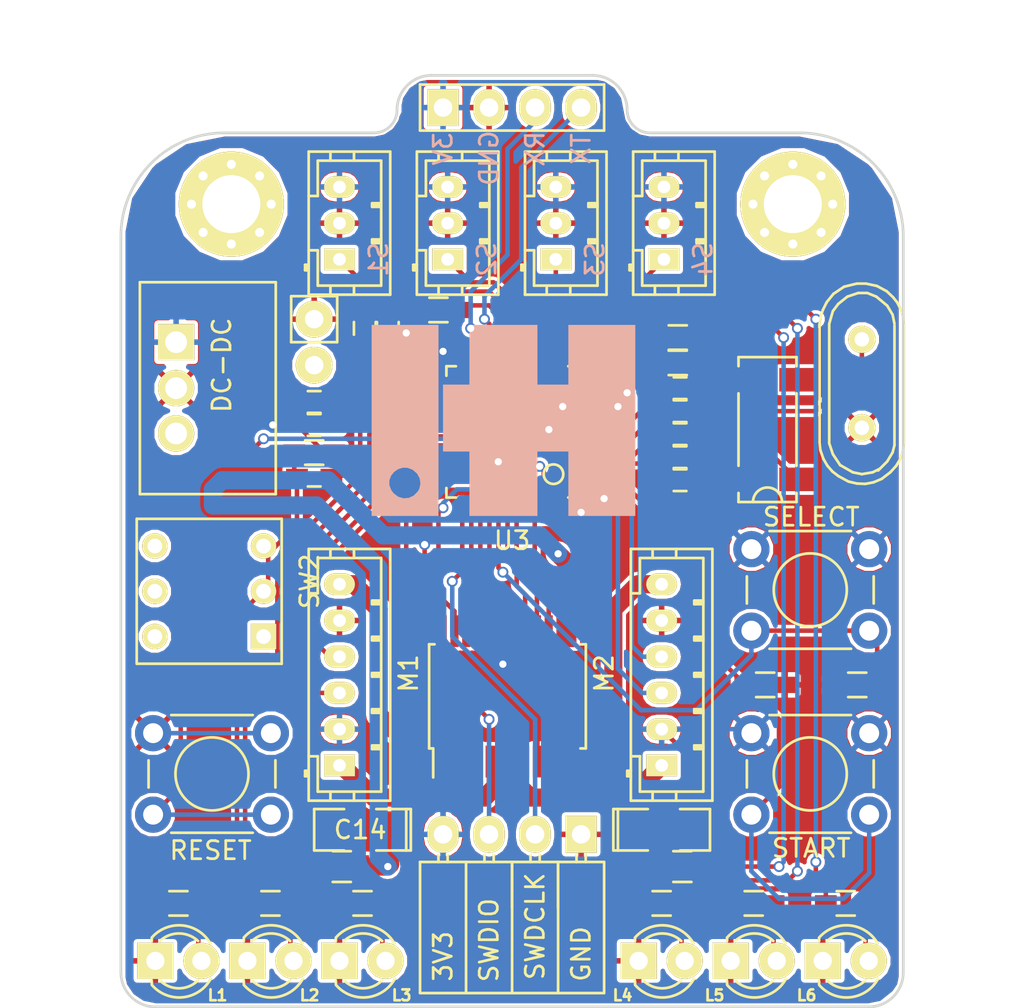
<source format=kicad_pcb>
(kicad_pcb (version 4) (host pcbnew 4.0.4+dfsg1-stable)
  (layers (0 F.Cu signal) (31 B.Cu signal hide) (34 B.Paste user hide) (35 F.Paste user hide) (36 B.SilkS user hide) (37 F.SilkS user) (38 B.Mask user) (39 F.Mask user) (44 Edge.Cuts user))
  (net 0 "")
  (net 1 +3V3)
  (net 2 GND)
  (net 3 +BATT)
  (net 4 /RESET)
  (net 5 /OSC32IN)
  (net 6 /OSC32OUT)
  (net 7 /OSCIN)
  (net 8 "Net-(D2-Pad2)")
  (net 9 "Net-(D3-Pad2)")
  (net 10 "Net-(D4-Pad2)")
  (net 11 "Net-(D5-Pad2)")
  (net 12 /OSCOUT)
  (net 13 /IR1)
  (net 14 /IR2)
  (net 15 /IR3)
  (net 16 /IR4)
  (net 17 /M_A02)
  (net 18 /ENC1A)
  (net 19 /ENC1B)
  (net 20 /M_A01)
  (net 21 /M_B02)
  (net 22 /ENC2A)
  (net 23 /ENC2B)
  (net 24 /M_B01)
  (net 25 /SWDCLK)
  (net 26 /SWDIO)
  (net 27 /LED0)
  (net 28 /LED1)
  (net 29 /LED2)
  (net 30 /LED3)
  (net 31 /UB_SELECT)
  (net 32 /UB_START)
  (net 33 /BOOT1)
  (net 34 /BOOT0)
  (net 35 /M_PWMB)
  (net 36 /M_BIN2)
  (net 37 /M_BIN1)
  (net 38 /M_STBY)
  (net 39 /M_AIN2)
  (net 40 /M_AIN1)
  (net 41 /M_PWMA)
  (net 42 "Net-(D6-Pad2)")
  (net 43 "Net-(D7-Pad2)")
  (net 44 /LED4)
  (net 45 /LED5)
  (net 46 "Net-(U3-Pad12)")
  (net 47 "Net-(U3-Pad25)")
  (net 48 "Net-(U3-Pad31)")
  (net 49 "Net-(U3-Pad32)")
  (net 50 "Net-(U3-Pad33)")
  (net 51 "Net-(SW2-Pad1)")
  (net 52 "Net-(SW2-Pad2)")
  (net 53 "Net-(C7-Pad2)")
  (net 54 "Net-(C8-Pad1)")
  (net 55 "Net-(C9-Pad2)")
  (net 56 /RX3)
  (net 57 /TX3)
  (module Pin_Headers:Pin_Header_Straight_1x04 (layer F.Cu) (at 52.832 27.686 90)
    (fp_text reference "" (at 5.715 3.175 90) (layer F.SilkS))
    (fp_text value CONN_01X04)
    (fp_text user TX (at -2.286 7.62 90) (layer B.SilkS) (effects (justify mirror)))
    (fp_text user RX (at -2.286 5.08 90) (layer B.SilkS) (effects (justify mirror)))
    (fp_text user GND (at -2.794 2.54 90) (layer B.SilkS) (effects (justify mirror)))
    (fp_text user 3V (at -2.286 0 90) (layer B.SilkS) (effects (justify mirror)))
    (pad 1 thru_hole rect (at 0 0 90) (size 2.032 1.7272) (drill 1.016) (layers *.Cu *.Mask F.SilkS) (net 1 +3V3))
    (pad 2 thru_hole oval (at 0 2.54 90) (size 2.032 1.7272) (drill 1.016) (layers *.Cu *.Mask F.SilkS) (net 2 GND))
    (pad 3 thru_hole oval (at 0 5.08 90) (size 2.032 1.7272) (drill 1.016) (layers *.Cu *.Mask F.SilkS) (net 56 /RX3))
    (pad 4 thru_hole oval (at 0 7.62 90) (size 2.032 1.7272) (drill 1.016) (layers *.Cu *.Mask F.SilkS) (net 57 /TX3))
  )
  (module LOGO (layer B.Cu) (at 56.134 44.958)
    (fp_text reference G*** hide)
    (fp_text value LOGO hide)
  )
  (module Capacitors_SMD:C_0603_HandSoldering (layer F.Cu) (at 45.72 48.006)
    (fp_text reference "" (at 0 -1.9) (layer F.SilkS))
    (fp_text value C)
    (pad 1 smd rect (at -0.95 0) (size 1.2 0.75) (layers F.Cu F.Paste F.Mask) (net 4 /RESET))
    (pad 2 smd rect (at 0.95 0) (size 1.2 0.75) (layers F.Cu F.Paste F.Mask) (net 2 GND))
  )
  (module Connectors_JST:JST_PH_B3B-PH-K_03x2.00mm_Straight (layer F.Cu) (at 59.055 36.068 90)
    (fp_text reference S3 (at 0 2.159 90) (layer B.SilkS) (effects (justify mirror)))
    (fp_text value SIDE_RIGHT_IR)
    (pad 1 thru_hole rect (at 0 0 90) (size 1.2 1.7) (drill 0.7) (layers *.Cu *.Mask F.SilkS) (net 15 /IR3))
    (pad 2 thru_hole oval (at 2 0 90) (size 1.2 1.7) (drill 0.7) (layers *.Cu *.Mask F.SilkS) (net 2 GND))
    (pad 3 thru_hole oval (at 4 0 90) (size 1.2 1.7) (drill 0.7) (layers *.Cu *.Mask F.SilkS) (net 1 +3V3))
  )
  (module Buttons_Switches_ThroughHole:SW_PUSH_6mm (layer F.Cu) (at 36.83 62.23)
    (fp_text reference RESET (at 3.175 6.477) (layer F.SilkS))
    (fp_text value SW_PUSH_SMALL_H)
    (pad 2 thru_hole circle (at 0 4.5 90) (size 2 2) (drill 1.1) (layers *.Cu *.Mask) (net 4 /RESET))
    (pad 1 thru_hole circle (at 0 0 90) (size 2 2) (drill 1.1) (layers *.Cu *.Mask) (net 2 GND))
    (pad 2 thru_hole circle (at 6.5 4.5 90) (size 2 2) (drill 1.1) (layers *.Cu *.Mask) (net 4 /RESET))
    (pad 1 thru_hole circle (at 6.5 0 90) (size 2 2) (drill 1.1) (layers *.Cu *.Mask) (net 2 GND))
  )
  (module Socket_Strips:Socket_Strip_Straight_1x02 (layer F.Cu) (at 45.72 41.91 90)
    (fp_text reference DC-DC (at 0 -5.1 90) (layer F.SilkS))
    (fp_text value CONN_01X02)
    (pad 1 thru_hole circle (at 0 0 90) (size 2.032 2.032) (drill 1.016) (layers *.Cu *.Mask F.SilkS) (net 3 +BATT))
    (pad 2 thru_hole oval (at 2.54 0 90) (size 2.032 2.032) (drill 1.016) (layers *.Cu *.Mask F.SilkS) (net 2 GND))
  )
  (module Pin_Headers:Pin_Header_Angled_1x04 (layer F.Cu) (at 60.452 67.818 270)
    (fp_text reference "" (at 0 -5.1 270) (layer F.SilkS))
    (fp_text value JTAG)
    (fp_text user SWDCLK (at 5.08 2.54 270) (layer F.SilkS))
    (fp_text user 3V3 (at 6.731 7.62 270) (layer F.SilkS))
    (fp_text user SWDIO (at 5.842 5.08 270) (layer F.SilkS))
    (fp_text user GND (at 6.604 0 270) (layer F.SilkS))
    (pad 1 thru_hole rect (at 0 0 270) (size 2.032 1.7272) (drill 1.016) (layers *.Cu *.Mask F.SilkS) (net 2 GND))
    (pad 2 thru_hole oval (at 0 2.54 270) (size 2.032 1.7272) (drill 1.016) (layers *.Cu *.Mask F.SilkS) (net 25 /SWDCLK))
    (pad 3 thru_hole oval (at 0 5.08 270) (size 2.032 1.7272) (drill 1.016) (layers *.Cu *.Mask F.SilkS) (net 26 /SWDIO))
    (pad 4 thru_hole oval (at 0 7.62 270) (size 2.032 1.7272) (drill 1.016) (layers *.Cu *.Mask F.SilkS) (net 1 +3V3))
  )
  (module Mounting_Holes:MountingHole_3.2mm_M3_Pad_Via (layer F.Cu) (at 41.148 33.02)
    (fp_text reference "" (at 0 -4.2) (layer F.SilkS))
    (fp_text value MountingHole_3.2mm_M3_Pad_Via)
    (pad 1 thru_hole circle (at 0 0) (size 5.8 5.8) (drill 3.2) (layers *.Cu *.Mask F.SilkS))
    (pad "" thru_hole circle (at 2.2 0) (size 0.6 0.6) (drill 0.5) (layers *.Cu *.Mask))
    (pad "" thru_hole circle (at 1.56 1.56) (size 0.6 0.6) (drill 0.5) (layers *.Cu *.Mask))
    (pad "" thru_hole circle (at 0 2.2) (size 0.6 0.6) (drill 0.5) (layers *.Cu *.Mask))
    (pad "" thru_hole circle (at -1.56 1.56) (size 0.6 0.6) (drill 0.5) (layers *.Cu *.Mask))
    (pad "" thru_hole circle (at -2.2 0) (size 0.6 0.6) (drill 0.5) (layers *.Cu *.Mask))
    (pad "" thru_hole circle (at -1.56 -1.56) (size 0.6 0.6) (drill 0.5) (layers *.Cu *.Mask))
    (pad "" thru_hole circle (at 0 -2.2) (size 0.6 0.6) (drill 0.5) (layers *.Cu *.Mask))
    (pad "" thru_hole circle (at 1.56 -1.56) (size 0.6 0.6) (drill 0.5) (layers *.Cu *.Mask))
  )
  (module LEDs:LED-3MM (layer F.Cu) (at 63.627 74.803)
    (fp_text reference L4 (at -0.889 1.905) (layer F.SilkS) (effects (font (size 0.6 0.6))))
    (fp_text value LED_3)
    (fp_text user "" (at -1.69 1.74) (layer F.SilkS))
    (pad 1 thru_hole rect (at 0 0 90) (size 2 2) (drill 1.00076) (layers *.Cu *.Mask F.SilkS) (net 2 GND))
    (pad 2 thru_hole circle (at 2.54 0) (size 2 2) (drill 1.00076) (layers *.Cu *.Mask F.SilkS) (net 11 "Net-(D5-Pad2)"))
  )
  (module Housings_SSOP:SSOP-24_5.3x8.2mm_Pitch0.65mm (layer F.Cu) (at 56.388 60.198 90)
    (fp_text reference "" (at 0 -5.25 90) (layer F.SilkS))
    (fp_text value TB6612FNG)
    (pad 4 smd rect (at -3.61016 -1.62476 90) (size 1.75 0.45) (layers F.Cu F.Paste F.Mask) (net 2 GND))
    (pad 10 smd rect (at -3.61016 2.27524 90) (size 1.75 0.45) (layers F.Cu F.Paste F.Mask) (net 2 GND))
    (pad 2 smd rect (at -3.60172 -3.2512 90) (size 1.75 1.1) (layers F.Cu F.Paste F.Mask) (net 20 /M_A01))
    (pad 6 smd rect (at -3.60172 -0.65024 90) (size 1.75 1.1) (layers F.Cu F.Paste F.Mask) (net 17 /M_A02))
    (pad 8 smd rect (at -3.60172 0.64516 90) (size 1.75 1.1) (layers F.Cu F.Paste F.Mask) (net 21 /M_B02))
    (pad 12 smd rect (at -3.6068 3.2512 90) (size 1.75 1.1) (layers F.Cu F.Paste F.Mask) (net 24 /M_B01))
    (pad 1 smd rect (at -3.6 -3.575 90) (size 1.75 0.45) (layers F.Cu F.Paste F.Mask) (net 20 /M_A01))
    (pad 3 smd rect (at -3.6 -2.275 90) (size 1.75 0.45) (layers F.Cu F.Paste F.Mask) (net 2 GND))
    (pad 5 smd rect (at -3.6 -0.975 90) (size 1.75 0.45) (layers F.Cu F.Paste F.Mask) (net 17 /M_A02))
    (pad 7 smd rect (at -3.6 0.325 90) (size 1.75 0.45) (layers F.Cu F.Paste F.Mask) (net 21 /M_B02))
    (pad 9 smd rect (at -3.6 1.625 90) (size 1.75 0.45) (layers F.Cu F.Paste F.Mask) (net 2 GND))
    (pad 11 smd rect (at -3.6 2.925 90) (size 1.75 0.45) (layers F.Cu F.Paste F.Mask) (net 24 /M_B01))
    (pad 13 smd rect (at 3.6 3.575 90) (size 1.75 0.45) (layers F.Cu F.Paste F.Mask) (net 3 +BATT))
    (pad 15 smd rect (at 3.6 2.275 90) (size 1.75 0.45) (layers F.Cu F.Paste F.Mask) (net 35 /M_PWMB))
    (pad 16 smd rect (at 3.6 1.625 90) (size 1.75 0.45) (layers F.Cu F.Paste F.Mask) (net 36 /M_BIN2))
    (pad 17 smd rect (at 3.6 0.975 90) (size 1.75 0.45) (layers F.Cu F.Paste F.Mask) (net 37 /M_BIN1))
    (pad 18 smd rect (at 3.6 0.325 90) (size 1.75 0.45) (layers F.Cu F.Paste F.Mask) (net 2 GND))
    (pad 19 smd rect (at 3.6 -0.325 90) (size 1.75 0.45) (layers F.Cu F.Paste F.Mask) (net 38 /M_STBY))
    (pad 20 smd rect (at 3.6 -0.975 90) (size 1.75 0.45) (layers F.Cu F.Paste F.Mask) (net 1 +3V3))
    (pad 21 smd rect (at 3.6 -1.625 90) (size 1.75 0.45) (layers F.Cu F.Paste F.Mask) (net 40 /M_AIN1))
    (pad 22 smd rect (at 3.6 -2.275 90) (size 1.75 0.45) (layers F.Cu F.Paste F.Mask) (net 39 /M_AIN2))
    (pad 23 smd rect (at 3.6 -2.925 90) (size 1.75 0.45) (layers F.Cu F.Paste F.Mask) (net 41 /M_PWMA))
    (pad 24 smd rect (at 3.6 -3.575 90) (size 1.75 0.45) (layers F.Cu F.Paste F.Mask) (net 3 +BATT))
    (pad 14 smd rect (at 3.5941 3.2512 90) (size 1.75 1.1) (layers F.Cu F.Paste F.Mask) (net 3 +BATT))
  )
  (module Housings_QFP:LQFP-48_7x7mm_Pitch0.5mm (layer F.Cu) (at 56.642 45.593 180)
    (fp_text reference U3 (at 0 -6 180) (layer F.SilkS))
    (fp_text value STM32F103C8T6)
    (pad 1 smd rect (at -4.35 -2.75 180) (size 1.3 0.25) (layers F.Cu F.Paste F.Mask) (net 1 +3V3))
    (pad 2 smd rect (at -4.35 -2.25 180) (size 1.3 0.25) (layers F.Cu F.Paste F.Mask) (net 32 /UB_START))
    (pad 3 smd rect (at -4.35 -1.75 180) (size 1.3 0.25) (layers F.Cu F.Paste F.Mask) (net 5 /OSC32IN))
    (pad 4 smd rect (at -4.35 -1.25 180) (size 1.3 0.25) (layers F.Cu F.Paste F.Mask) (net 6 /OSC32OUT))
    (pad 5 smd rect (at -4.35 -0.75 180) (size 1.3 0.25) (layers F.Cu F.Paste F.Mask) (net 7 /OSCIN))
    (pad 6 smd rect (at -4.35 -0.25 180) (size 1.3 0.25) (layers F.Cu F.Paste F.Mask) (net 12 /OSCOUT))
    (pad 7 smd rect (at -4.35 0.25 180) (size 1.3 0.25) (layers F.Cu F.Paste F.Mask) (net 4 /RESET))
    (pad 8 smd rect (at -4.35 0.75 180) (size 1.3 0.25) (layers F.Cu F.Paste F.Mask) (net 2 GND))
    (pad 9 smd rect (at -4.35 1.25 180) (size 1.3 0.25) (layers F.Cu F.Paste F.Mask) (net 1 +3V3))
    (pad 10 smd rect (at -4.35 1.75 180) (size 1.3 0.25) (layers F.Cu F.Paste F.Mask) (net 22 /ENC2A))
    (pad 11 smd rect (at -4.35 2.25 180) (size 1.3 0.25) (layers F.Cu F.Paste F.Mask) (net 23 /ENC2B))
    (pad 12 smd rect (at -4.35 2.75 180) (size 1.3 0.25) (layers F.Cu F.Paste F.Mask) (net 46 "Net-(U3-Pad12)"))
    (pad 13 smd rect (at -2.75 4.35 270) (size 1.3 0.25) (layers F.Cu F.Paste F.Mask) (net 30 /LED3))
    (pad 14 smd rect (at -2.25 4.35 270) (size 1.3 0.25) (layers F.Cu F.Paste F.Mask) (net 44 /LED4))
    (pad 15 smd rect (at -1.75 4.35 270) (size 1.3 0.25) (layers F.Cu F.Paste F.Mask) (net 45 /LED5))
    (pad 16 smd rect (at -1.25 4.35 270) (size 1.3 0.25) (layers F.Cu F.Paste F.Mask) (net 16 /IR4))
    (pad 17 smd rect (at -0.75 4.35 270) (size 1.3 0.25) (layers F.Cu F.Paste F.Mask) (net 15 /IR3))
    (pad 18 smd rect (at -0.25 4.35 270) (size 1.3 0.25) (layers F.Cu F.Paste F.Mask) (net 14 /IR2))
    (pad 19 smd rect (at 0.25 4.35 270) (size 1.3 0.25) (layers F.Cu F.Paste F.Mask) (net 13 /IR1))
    (pad 20 smd rect (at 0.75 4.35 270) (size 1.3 0.25) (layers F.Cu F.Paste F.Mask) (net 33 /BOOT1))
    (pad 21 smd rect (at 1.25 4.35 270) (size 1.3 0.25) (layers F.Cu F.Paste F.Mask) (net 57 /TX3))
    (pad 22 smd rect (at 1.75 4.35 270) (size 1.3 0.25) (layers F.Cu F.Paste F.Mask) (net 56 /RX3))
    (pad 23 smd rect (at 2.25 4.35 270) (size 1.3 0.25) (layers F.Cu F.Paste F.Mask) (net 2 GND))
    (pad 24 smd rect (at 2.75 4.35 270) (size 1.3 0.25) (layers F.Cu F.Paste F.Mask) (net 1 +3V3))
    (pad 25 smd rect (at 4.35 2.75 180) (size 1.3 0.25) (layers F.Cu F.Paste F.Mask) (net 47 "Net-(U3-Pad25)"))
    (pad 26 smd rect (at 4.35 2.25 180) (size 1.3 0.25) (layers F.Cu F.Paste F.Mask) (net 27 /LED0))
    (pad 27 smd rect (at 4.35 1.75 180) (size 1.3 0.25) (layers F.Cu F.Paste F.Mask) (net 28 /LED1))
    (pad 28 smd rect (at 4.35 1.25 180) (size 1.3 0.25) (layers F.Cu F.Paste F.Mask) (net 29 /LED2))
    (pad 29 smd rect (at 4.35 0.75 180) (size 1.3 0.25) (layers F.Cu F.Paste F.Mask) (net 18 /ENC1A))
    (pad 30 smd rect (at 4.35 0.25 180) (size 1.3 0.25) (layers F.Cu F.Paste F.Mask) (net 19 /ENC1B))
    (pad 31 smd rect (at 4.35 -0.25 180) (size 1.3 0.25) (layers F.Cu F.Paste F.Mask) (net 48 "Net-(U3-Pad31)"))
    (pad 32 smd rect (at 4.35 -0.75 180) (size 1.3 0.25) (layers F.Cu F.Paste F.Mask) (net 49 "Net-(U3-Pad32)"))
    (pad 33 smd rect (at 4.35 -1.25 180) (size 1.3 0.25) (layers F.Cu F.Paste F.Mask) (net 50 "Net-(U3-Pad33)"))
    (pad 34 smd rect (at 4.35 -1.75 180) (size 1.3 0.25) (layers F.Cu F.Paste F.Mask) (net 26 /SWDIO))
    (pad 35 smd rect (at 4.35 -2.25 180) (size 1.3 0.25) (layers F.Cu F.Paste F.Mask) (net 2 GND))
    (pad 36 smd rect (at 4.35 -2.75 180) (size 1.3 0.25) (layers F.Cu F.Paste F.Mask) (net 1 +3V3))
    (pad 37 smd rect (at 2.75 -4.35 270) (size 1.3 0.25) (layers F.Cu F.Paste F.Mask) (net 25 /SWDCLK))
    (pad 38 smd rect (at 2.25 -4.35 270) (size 1.3 0.25) (layers F.Cu F.Paste F.Mask) (net 39 /M_AIN2))
    (pad 39 smd rect (at 1.75 -4.35 270) (size 1.3 0.25) (layers F.Cu F.Paste F.Mask) (net 40 /M_AIN1))
    (pad 40 smd rect (at 1.25 -4.35 270) (size 1.3 0.25) (layers F.Cu F.Paste F.Mask) (net 38 /M_STBY))
    (pad 41 smd rect (at 0.75 -4.35 270) (size 1.3 0.25) (layers F.Cu F.Paste F.Mask) (net 31 /UB_SELECT))
    (pad 42 smd rect (at 0.25 -4.35 270) (size 1.3 0.25) (layers F.Cu F.Paste F.Mask) (net 37 /M_BIN1))
    (pad 43 smd rect (at -0.25 -4.35 270) (size 1.3 0.25) (layers F.Cu F.Paste F.Mask) (net 36 /M_BIN2))
    (pad 44 smd rect (at -0.75 -4.35 270) (size 1.3 0.25) (layers F.Cu F.Paste F.Mask) (net 34 /BOOT0))
    (pad 45 smd rect (at -1.25 -4.35 270) (size 1.3 0.25) (layers F.Cu F.Paste F.Mask) (net 35 /M_PWMB))
    (pad 46 smd rect (at -1.75 -4.35 270) (size 1.3 0.25) (layers F.Cu F.Paste F.Mask) (net 41 /M_PWMA))
    (pad 47 smd rect (at -2.25 -4.35 270) (size 1.3 0.25) (layers F.Cu F.Paste F.Mask) (net 2 GND))
    (pad 48 smd rect (at -2.75 -4.35 270) (size 1.3 0.25) (layers F.Cu F.Paste F.Mask) (net 1 +3V3))
  )
  (module Crystals:Crystal_MC-306 (layer F.Cu) (at 70.739 45.466 90)
    (fp_text reference "" (at 0 -3.7 90) (layer F.SilkS))
    (fp_text value 32.768kHz)
    (pad 1 smd rect (at -2.75 1.6 90) (size 1.3 1.9) (layers F.Cu F.Paste F.Mask) (net 55 "Net-(C9-Pad2)"))
    (pad "" smd rect (at 2.75 1.6 90) (size 1.3 1.9) (layers F.Cu F.Paste F.Mask))
    (pad "" smd rect (at 2.75 -1.6 90) (size 1.3 1.9) (layers F.Cu F.Paste F.Mask))
    (pad 2 smd rect (at -2.75 -1.6 90) (size 1.3 1.9) (layers F.Cu F.Paste F.Mask) (net 2 GND))
  )
  (module custom-lib:TR05S3V3 (layer F.Cu) (at 38.1 43.18 270)
    (fp_text reference "" (at 0 -3.556 270) (layer F.SilkS))
    (fp_text value TR05S3V3)
    (pad VO thru_hole rect (at -2.54 0 270) (size 2 2) (drill 1.2) (layers *.Cu *.Mask F.SilkS) (net 1 +3V3))
    (pad GND thru_hole circle (at 0 0 270) (size 2 2) (drill 1.2) (layers *.Cu *.Mask F.SilkS) (net 2 GND))
    (pad VI thru_hole circle (at 2.5 0 270) (size 2 2) (drill 1.2) (layers *.Cu *.Mask F.SilkS) (net 52 "Net-(SW2-Pad2)"))
  )
  (module Mounting_Holes:MountingHole_3.2mm_M3_Pad_Via (layer F.Cu) (at 72.136 33.02)
    (fp_text reference "" (at 0 -4.2) (layer F.SilkS))
    (fp_text value MountingHole_3.2mm_M3_Pad_Via)
    (pad 1 thru_hole circle (at 0 0) (size 5.8 5.8) (drill 3.2) (layers *.Cu *.Mask F.SilkS))
    (pad "" thru_hole circle (at 2.2 0) (size 0.6 0.6) (drill 0.5) (layers *.Cu *.Mask))
    (pad "" thru_hole circle (at 1.56 1.56) (size 0.6 0.6) (drill 0.5) (layers *.Cu *.Mask))
    (pad "" thru_hole circle (at 0 2.2) (size 0.6 0.6) (drill 0.5) (layers *.Cu *.Mask))
    (pad "" thru_hole circle (at -1.56 1.56) (size 0.6 0.6) (drill 0.5) (layers *.Cu *.Mask))
    (pad "" thru_hole circle (at -2.2 0) (size 0.6 0.6) (drill 0.5) (layers *.Cu *.Mask))
    (pad "" thru_hole circle (at -1.56 -1.56) (size 0.6 0.6) (drill 0.5) (layers *.Cu *.Mask))
    (pad "" thru_hole circle (at 0 -2.2) (size 0.6 0.6) (drill 0.5) (layers *.Cu *.Mask))
    (pad "" thru_hole circle (at 1.56 -1.56) (size 0.6 0.6) (drill 0.5) (layers *.Cu *.Mask))
  )
  (module Resistors_SMD:R_0603_HandSoldering (layer F.Cu) (at 45.72 46.736 180)
    (fp_text reference "" (at 0 -1.9 180) (layer F.SilkS))
    (fp_text value 10k)
    (pad 1 smd rect (at -1.1 0 180) (size 1.2 0.9) (layers F.Cu F.Paste F.Mask) (net 1 +3V3))
    (pad 2 smd rect (at 1.1 0 180) (size 1.2 0.9) (layers F.Cu F.Paste F.Mask) (net 4 /RESET))
  )
  (module Resistors_SMD:R_0603_HandSoldering (layer F.Cu) (at 38.227 71.628)
    (fp_text reference "" (at 0 -1.9) (layer F.SilkS))
    (fp_text value 100)
    (pad 1 smd rect (at -1.1 0) (size 1.2 0.9) (layers F.Cu F.Paste F.Mask) (net 27 /LED0))
    (pad 2 smd rect (at 1.1 0) (size 1.2 0.9) (layers F.Cu F.Paste F.Mask) (net 8 "Net-(D2-Pad2)"))
  )
  (module Resistors_SMD:R_0603_HandSoldering (layer F.Cu) (at 43.307 71.628)
    (fp_text reference "" (at 0 -1.9) (layer F.SilkS))
    (fp_text value 100)
    (pad 1 smd rect (at -1.1 0) (size 1.2 0.9) (layers F.Cu F.Paste F.Mask) (net 28 /LED1))
    (pad 2 smd rect (at 1.1 0) (size 1.2 0.9) (layers F.Cu F.Paste F.Mask) (net 9 "Net-(D3-Pad2)"))
  )
  (module Resistors_SMD:R_0603_HandSoldering (layer F.Cu) (at 48.387 71.628)
    (fp_text reference "" (at 0 -1.9) (layer F.SilkS))
    (fp_text value 100)
    (pad 1 smd rect (at -1.1 0) (size 1.2 0.9) (layers F.Cu F.Paste F.Mask) (net 29 /LED2))
    (pad 2 smd rect (at 1.1 0) (size 1.2 0.9) (layers F.Cu F.Paste F.Mask) (net 10 "Net-(D4-Pad2)"))
  )
  (module Resistors_SMD:R_0603_HandSoldering (layer F.Cu) (at 64.897 71.628)
    (fp_text reference "" (at 0 -1.9) (layer F.SilkS))
    (fp_text value 100)
    (pad 1 smd rect (at -1.1 0) (size 1.2 0.9) (layers F.Cu F.Paste F.Mask) (net 30 /LED3))
    (pad 2 smd rect (at 1.1 0) (size 1.2 0.9) (layers F.Cu F.Paste F.Mask) (net 11 "Net-(D5-Pad2)"))
  )
  (module Resistors_SMD:R_0603_HandSoldering (layer F.Cu) (at 75.692 59.563)
    (fp_text reference "" (at 0 -1.9) (layer F.SilkS))
    (fp_text value 10k)
    (pad 1 smd rect (at -1.1 0) (size 1.2 0.9) (layers F.Cu F.Paste F.Mask) (net 2 GND))
    (pad 2 smd rect (at 1.1 0) (size 1.2 0.9) (layers F.Cu F.Paste F.Mask) (net 31 /UB_SELECT))
  )
  (module Resistors_SMD:R_0603_HandSoldering (layer F.Cu) (at 70.612 59.563 180)
    (fp_text reference "" (at 0 -1.9 180) (layer F.SilkS))
    (fp_text value 10k)
    (pad 1 smd rect (at -1.1 0 180) (size 1.2 0.9) (layers F.Cu F.Paste F.Mask) (net 2 GND))
    (pad 2 smd rect (at 1.1 0 180) (size 1.2 0.9) (layers F.Cu F.Paste F.Mask) (net 32 /UB_START))
  )
  (module Resistors_SMD:R_0603_HandSoldering (layer F.Cu) (at 65.786 40.386)
    (fp_text reference "" (at -1.651 -1.143) (layer F.SilkS))
    (fp_text value 100k)
    (pad 1 smd rect (at -1.1 0) (size 1.2 0.9) (layers F.Cu F.Paste F.Mask) (net 34 /BOOT0))
    (pad 2 smd rect (at 1.1 0) (size 1.2 0.9) (layers F.Cu F.Paste F.Mask) (net 2 GND))
  )
  (module Buttons_Switches_ThroughHole:SW_PUSH_6mm (layer F.Cu) (at 69.85 52.07)
    (fp_text reference SELECT (at 3.302 -1.778) (layer F.SilkS))
    (fp_text value SELECT_BUTTON)
    (pad 2 thru_hole circle (at 0 4.5 90) (size 2 2) (drill 1.1) (layers *.Cu *.Mask) (net 31 /UB_SELECT))
    (pad 1 thru_hole circle (at 0 0 90) (size 2 2) (drill 1.1) (layers *.Cu *.Mask) (net 1 +3V3))
    (pad 2 thru_hole circle (at 6.5 4.5 90) (size 2 2) (drill 1.1) (layers *.Cu *.Mask) (net 31 /UB_SELECT))
    (pad 1 thru_hole circle (at 6.5 0 90) (size 2 2) (drill 1.1) (layers *.Cu *.Mask) (net 1 +3V3))
  )
  (module Buttons_Switches_ThroughHole:SW_PUSH_6mm (layer F.Cu) (at 69.85 62.23)
    (fp_text reference START (at 3.302 6.35) (layer F.SilkS))
    (fp_text value START_BUTTON)
    (pad 2 thru_hole circle (at 0 4.5 90) (size 2 2) (drill 1.1) (layers *.Cu *.Mask) (net 32 /UB_START))
    (pad 1 thru_hole circle (at 0 0 90) (size 2 2) (drill 1.1) (layers *.Cu *.Mask) (net 1 +3V3))
    (pad 2 thru_hole circle (at 6.5 4.5 90) (size 2 2) (drill 1.1) (layers *.Cu *.Mask) (net 32 /UB_START))
    (pad 1 thru_hole circle (at 6.5 0 90) (size 2 2) (drill 1.1) (layers *.Cu *.Mask) (net 1 +3V3))
  )
  (module Connectors_JST:JST_PH_B6B-PH-K_06x2.00mm_Straight (layer F.Cu) (at 47.117 64.008 90)
    (fp_text reference M1 (at 5.08 3.81 90) (layer F.SilkS))
    (fp_text value LEFT_MOTOR)
    (pad 1 thru_hole rect (at 0 0 90) (size 1.2 1.7) (drill 0.7) (layers *.Cu *.Mask F.SilkS) (net 17 /M_A02))
    (pad 2 thru_hole oval (at 2 0 90) (size 1.2 1.7) (drill 0.7) (layers *.Cu *.Mask F.SilkS) (net 1 +3V3))
    (pad 3 thru_hole oval (at 4 0 90) (size 1.2 1.7) (drill 0.7) (layers *.Cu *.Mask F.SilkS) (net 18 /ENC1A))
    (pad 4 thru_hole oval (at 6 0 90) (size 1.2 1.7) (drill 0.7) (layers *.Cu *.Mask F.SilkS) (net 19 /ENC1B))
    (pad 5 thru_hole oval (at 8 0 90) (size 1.2 1.7) (drill 0.7) (layers *.Cu *.Mask F.SilkS) (net 2 GND))
    (pad 6 thru_hole oval (at 10 0 90) (size 1.2 1.7) (drill 0.7) (layers *.Cu *.Mask F.SilkS) (net 20 /M_A01))
  )
  (module Connectors_JST:JST_PH_B6B-PH-K_06x2.00mm_Straight (layer F.Cu) (at 64.897 64.008 90)
    (fp_text reference M2 (at 5.08 -3.175 90) (layer F.SilkS))
    (fp_text value RIGHT_MOTOR)
    (pad 1 thru_hole rect (at 0 0 90) (size 1.2 1.7) (drill 0.7) (layers *.Cu *.Mask F.SilkS) (net 21 /M_B02))
    (pad 2 thru_hole oval (at 2 0 90) (size 1.2 1.7) (drill 0.7) (layers *.Cu *.Mask F.SilkS) (net 1 +3V3))
    (pad 3 thru_hole oval (at 4 0 90) (size 1.2 1.7) (drill 0.7) (layers *.Cu *.Mask F.SilkS) (net 22 /ENC2A))
    (pad 4 thru_hole oval (at 6 0 90) (size 1.2 1.7) (drill 0.7) (layers *.Cu *.Mask F.SilkS) (net 23 /ENC2B))
    (pad 5 thru_hole oval (at 8 0 90) (size 1.2 1.7) (drill 0.7) (layers *.Cu *.Mask F.SilkS) (net 2 GND))
    (pad 6 thru_hole oval (at 10 0 90) (size 1.2 1.7) (drill 0.7) (layers *.Cu *.Mask F.SilkS) (net 24 /M_B01))
  )
  (module Connectors_JST:JST_PH_B3B-PH-K_03x2.00mm_Straight (layer F.Cu) (at 53.086 36.068 90)
    (fp_text reference S2 (at 0 2.159 90) (layer B.SilkS) (effects (justify mirror)))
    (fp_text value SIDE_LEFT_IR)
    (pad 1 thru_hole rect (at 0 0 90) (size 1.2 1.7) (drill 0.7) (layers *.Cu *.Mask F.SilkS) (net 14 /IR2))
    (pad 2 thru_hole oval (at 2 0 90) (size 1.2 1.7) (drill 0.7) (layers *.Cu *.Mask F.SilkS) (net 2 GND))
    (pad 3 thru_hole oval (at 4 0 90) (size 1.2 1.7) (drill 0.7) (layers *.Cu *.Mask F.SilkS) (net 1 +3V3))
  )
  (module Connectors_JST:JST_PH_B3B-PH-K_03x2.00mm_Straight (layer F.Cu) (at 65.024 36.068 90)
    (fp_text reference S4 (at 0 2.159 90) (layer B.SilkS) (effects (justify mirror)))
    (fp_text value FRONT_RIGHT_IR)
    (pad 1 thru_hole rect (at 0 0 90) (size 1.2 1.7) (drill 0.7) (layers *.Cu *.Mask F.SilkS) (net 16 /IR4))
    (pad 2 thru_hole oval (at 2 0 90) (size 1.2 1.7) (drill 0.7) (layers *.Cu *.Mask F.SilkS) (net 2 GND))
    (pad 3 thru_hole oval (at 4 0 90) (size 1.2 1.7) (drill 0.7) (layers *.Cu *.Mask F.SilkS) (net 1 +3V3))
  )
  (module Connectors_JST:JST_PH_B3B-PH-K_03x2.00mm_Straight (layer F.Cu) (at 47.117 36.068 90)
    (fp_text reference S1 (at 0 2.159 90) (layer B.SilkS) (effects (justify mirror)))
    (fp_text value FRONT_LEFT_IR)
    (pad 1 thru_hole rect (at 0 0 90) (size 1.2 1.7) (drill 0.7) (layers *.Cu *.Mask F.SilkS) (net 13 /IR1))
    (pad 2 thru_hole oval (at 2 0 90) (size 1.2 1.7) (drill 0.7) (layers *.Cu *.Mask F.SilkS) (net 2 GND))
    (pad 3 thru_hole oval (at 4 0 90) (size 1.2 1.7) (drill 0.7) (layers *.Cu *.Mask F.SilkS) (net 1 +3V3))
  )
  (module Crystals:Crystal_HC49-U_Vertical (layer F.Cu) (at 75.946 42.926 270)
    (fp_text reference "" (at 0 -3.81 270) (layer F.SilkS))
    (fp_text value 8MHz)
    (pad 1 thru_hole circle (at -2.44094 0 270) (size 1.50114 1.50114) (drill 0.8001) (layers *.Cu *.Mask F.SilkS) (net 53 "Net-(C7-Pad2)"))
    (pad 2 thru_hole circle (at 2.44094 0 270) (size 1.50114 1.50114) (drill 0.8001) (layers *.Cu *.Mask F.SilkS) (net 2 GND))
  )
  (module LEDs:LED-3MM (layer F.Cu) (at 47.117 74.803)
    (fp_text reference L3 (at 3.429 1.905) (layer F.SilkS) (effects (font (size 0.6 0.6))))
    (fp_text value LED_2)
    (fp_text user "" (at -1.69 1.74) (layer F.SilkS))
    (pad 1 thru_hole rect (at 0 0 90) (size 2 2) (drill 1.00076) (layers *.Cu *.Mask F.SilkS) (net 2 GND))
    (pad 2 thru_hole circle (at 2.54 0) (size 2 2) (drill 1.00076) (layers *.Cu *.Mask F.SilkS) (net 10 "Net-(D4-Pad2)"))
  )
  (module LEDs:LED-3MM (layer F.Cu) (at 42.037 74.803)
    (fp_text reference L2 (at 3.429 1.905) (layer F.SilkS) (effects (font (size 0.6 0.6))))
    (fp_text value LED_1)
    (fp_text user "" (at -1.69 1.74) (layer F.SilkS))
    (pad 1 thru_hole rect (at 0 0 90) (size 2 2) (drill 1.00076) (layers *.Cu *.Mask F.SilkS) (net 2 GND))
    (pad 2 thru_hole circle (at 2.54 0) (size 2 2) (drill 1.00076) (layers *.Cu *.Mask F.SilkS) (net 9 "Net-(D3-Pad2)"))
  )
  (module LEDs:LED-3MM (layer F.Cu) (at 36.957 74.803)
    (fp_text reference L1 (at 3.429 1.905) (layer F.SilkS) (effects (font (size 0.6 0.6))))
    (fp_text value LED_0)
    (fp_text user "" (at -1.69 1.74) (layer F.SilkS))
    (pad 1 thru_hole rect (at 0 0 90) (size 2 2) (drill 1.00076) (layers *.Cu *.Mask F.SilkS) (net 2 GND))
    (pad 2 thru_hole circle (at 2.54 0) (size 2 2) (drill 1.00076) (layers *.Cu *.Mask F.SilkS) (net 8 "Net-(D2-Pad2)"))
  )
  (module LEDs:LED-3MM (layer F.Cu) (at 68.707 74.803)
    (fp_text reference L5 (at -0.889 1.905) (layer F.SilkS) (effects (font (size 0.6 0.6))))
    (fp_text value LED_4)
    (fp_text user "" (at -1.69 1.74) (layer F.SilkS))
    (pad 1 thru_hole rect (at 0 0 90) (size 2 2) (drill 1.00076) (layers *.Cu *.Mask F.SilkS) (net 2 GND))
    (pad 2 thru_hole circle (at 2.54 0) (size 2 2) (drill 1.00076) (layers *.Cu *.Mask F.SilkS) (net 42 "Net-(D6-Pad2)"))
  )
  (module LEDs:LED-3MM (layer F.Cu) (at 73.787 74.803)
    (fp_text reference L6 (at -0.889 1.905) (layer F.SilkS) (effects (font (size 0.6 0.6))))
    (fp_text value LED_5)
    (fp_text user "" (at -1.69 1.74) (layer F.SilkS))
    (pad 1 thru_hole rect (at 0 0 90) (size 2 2) (drill 1.00076) (layers *.Cu *.Mask F.SilkS) (net 2 GND))
    (pad 2 thru_hole circle (at 2.54 0) (size 2 2) (drill 1.00076) (layers *.Cu *.Mask F.SilkS) (net 43 "Net-(D7-Pad2)"))
  )
  (module Resistors_SMD:R_0603_HandSoldering (layer F.Cu) (at 69.977 71.628)
    (fp_text reference "" (at 0 -1.9) (layer F.SilkS))
    (fp_text value 100)
    (pad 1 smd rect (at -1.1 0) (size 1.2 0.9) (layers F.Cu F.Paste F.Mask) (net 44 /LED4))
    (pad 2 smd rect (at 1.1 0) (size 1.2 0.9) (layers F.Cu F.Paste F.Mask) (net 42 "Net-(D6-Pad2)"))
  )
  (module Resistors_SMD:R_0603_HandSoldering (layer F.Cu) (at 75.057 71.628)
    (fp_text reference "" (at 0 -1.9) (layer F.SilkS))
    (fp_text value 100)
    (pad 1 smd rect (at -1.1 0) (size 1.2 0.9) (layers F.Cu F.Paste F.Mask) (net 45 /LED5))
    (pad 2 smd rect (at 1.1 0) (size 1.2 0.9) (layers F.Cu F.Paste F.Mask) (net 43 "Net-(D7-Pad2)"))
  )
  (module Capacitors_SMD:C_0603_HandSoldering (layer F.Cu) (at 65.913 43.18)
    (fp_text reference "" (at 0 -1.9) (layer F.SilkS))
    (fp_text value 20p)
    (pad 1 smd rect (at -0.95 0) (size 1.2 0.75) (layers F.Cu F.Paste F.Mask) (net 54 "Net-(C8-Pad1)"))
    (pad 2 smd rect (at 0.95 0) (size 1.2 0.75) (layers F.Cu F.Paste F.Mask) (net 2 GND))
  )
  (module Capacitors_SMD:C_0603_HandSoldering (layer F.Cu) (at 65.913 46.99)
    (fp_text reference "" (at 0 -1.9) (layer F.SilkS))
    (fp_text value 20p)
    (pad 1 smd rect (at -0.95 0) (size 1.2 0.75) (layers F.Cu F.Paste F.Mask) (net 5 /OSC32IN))
    (pad 2 smd rect (at 0.95 0) (size 1.2 0.75) (layers F.Cu F.Paste F.Mask) (net 55 "Net-(C9-Pad2)"))
  )
  (module Capacitors_SMD:C_0603_HandSoldering (layer F.Cu) (at 65.913 45.72)
    (fp_text reference "" (at 0 -1.9) (layer F.SilkS))
    (fp_text value 20p)
    (pad 1 smd rect (at -0.95 0) (size 1.2 0.75) (layers F.Cu F.Paste F.Mask) (net 6 /OSC32OUT))
    (pad 2 smd rect (at 0.95 0) (size 1.2 0.75) (layers F.Cu F.Paste F.Mask) (net 2 GND))
  )
  (module SMD_Packages:SMD-1206_Pol (layer F.Cu) (at 65.024 67.564)
    (fp_text reference "" (at 0 0) (layer F.SilkS))
    (fp_text value 10uF)
    (pad 1 smd rect (at -1.651 0) (size 1.524 2.032) (layers F.Cu F.Paste F.Mask) (net 1 +3V3))
    (pad 2 smd rect (at 1.651 0) (size 1.524 2.032) (layers F.Cu F.Paste F.Mask) (net 2 GND))
  )
  (module SMD_Packages:SMD-1206_Pol (layer F.Cu) (at 48.26 67.564 180)
    (fp_text reference C14 (at 0 0 180) (layer F.SilkS))
    (fp_text value 10uF)
    (pad 1 smd rect (at -1.651 0 180) (size 1.524 2.032) (layers F.Cu F.Paste F.Mask) (net 3 +BATT))
    (pad 2 smd rect (at 1.651 0 180) (size 1.524 2.032) (layers F.Cu F.Paste F.Mask) (net 2 GND))
  )
  (module Capacitors_SMD:C_0603_HandSoldering (layer F.Cu) (at 45.72 45.212)
    (fp_text reference "" (at 0 -1.9) (layer F.SilkS))
    (fp_text value 100nF)
    (pad 1 smd rect (at -0.95 0) (size 1.2 0.75) (layers F.Cu F.Paste F.Mask) (net 1 +3V3))
    (pad 2 smd rect (at 0.95 0) (size 1.2 0.75) (layers F.Cu F.Paste F.Mask) (net 2 GND))
  )
  (module Capacitors_SMD:C_0603_HandSoldering (layer F.Cu) (at 45.72 43.942)
    (fp_text reference "" (at 0 -1.9) (layer F.SilkS))
    (fp_text value 100nF)
    (pad 1 smd rect (at -0.95 0) (size 1.2 0.75) (layers F.Cu F.Paste F.Mask) (net 1 +3V3))
    (pad 2 smd rect (at 0.95 0) (size 1.2 0.75) (layers F.Cu F.Paste F.Mask) (net 2 GND))
  )
  (module Capacitors_SMD:C_0603_HandSoldering (layer F.Cu) (at 65.913 48.26 180)
    (fp_text reference "" (at 0 -1.9 180) (layer F.SilkS))
    (fp_text value 4.7uF)
    (pad 1 smd rect (at -0.95 0 180) (size 1.2 0.75) (layers F.Cu F.Paste F.Mask) (net 1 +3V3))
    (pad 2 smd rect (at 0.95 0 180) (size 1.2 0.75) (layers F.Cu F.Paste F.Mask) (net 2 GND))
  )
  (module Capacitors_SMD:C_0603_HandSoldering (layer F.Cu) (at 49.784 39.878 90)
    (fp_text reference "" (at 0 -1.9 90) (layer F.SilkS))
    (fp_text value 10nF)
    (pad 1 smd rect (at -0.95 0 90) (size 1.2 0.75) (layers F.Cu F.Paste F.Mask) (net 1 +3V3))
    (pad 2 smd rect (at 0.95 0 90) (size 1.2 0.75) (layers F.Cu F.Paste F.Mask) (net 2 GND))
  )
  (module Capacitors_SMD:C_0603_HandSoldering (layer F.Cu) (at 48.514 39.878 90)
    (fp_text reference "" (at 0 -1.9 90) (layer F.SilkS))
    (fp_text value 1uF)
    (pad 1 smd rect (at -0.95 0 90) (size 1.2 0.75) (layers F.Cu F.Paste F.Mask) (net 1 +3V3))
    (pad 2 smd rect (at 0.95 0 90) (size 1.2 0.75) (layers F.Cu F.Paste F.Mask) (net 2 GND))
  )
  (module Capacitors_SMD:C_0603_HandSoldering (layer F.Cu) (at 65.913 44.45)
    (fp_text reference "" (at 0 -1.9) (layer F.SilkS))
    (fp_text value 20p)
    (pad 1 smd rect (at -0.95 0) (size 1.2 0.75) (layers F.Cu F.Paste F.Mask) (net 7 /OSCIN))
    (pad 2 smd rect (at 0.95 0) (size 1.2 0.75) (layers F.Cu F.Paste F.Mask) (net 53 "Net-(C7-Pad2)"))
  )
  (module Resistors_SMD:R_0603_HandSoldering (layer F.Cu) (at 65.786 41.783 180)
    (fp_text reference "" (at 0 -1.9 180) (layer F.SilkS))
    (fp_text value R)
    (pad 1 smd rect (at -1.1 0 180) (size 1.2 0.9) (layers F.Cu F.Paste F.Mask) (net 54 "Net-(C8-Pad1)"))
    (pad 2 smd rect (at 1.1 0 180) (size 1.2 0.9) (layers F.Cu F.Paste F.Mask) (net 12 /OSCOUT))
  )
  (module Resistors_SMD:R_0603_HandSoldering (layer F.Cu) (at 52.578 38.862)
    (fp_text reference "" (at 0 -1.9) (layer F.SilkS))
    (fp_text value 100k)
    (pad 1 smd rect (at -1.1 0) (size 1.2 0.9) (layers F.Cu F.Paste F.Mask) (net 2 GND))
    (pad 2 smd rect (at 1.1 0) (size 1.2 0.9) (layers F.Cu F.Paste F.Mask) (net 33 /BOOT1))
  )
  (module Capacitors_SMD:C_0805 (layer F.Cu) (at 47.244 69.596 180)
    (fp_text reference "" (at 0 -2.1 180) (layer F.SilkS))
    (fp_text value 0.1uF)
    (pad 1 smd rect (at -1 0 180) (size 1 1.25) (layers F.Cu F.Paste F.Mask) (net 3 +BATT))
    (pad 2 smd rect (at 1 0 180) (size 1 1.25) (layers F.Cu F.Paste F.Mask) (net 2 GND))
  )
  (module Capacitors_SMD:C_0805 (layer F.Cu) (at 66.04 69.596)
    (fp_text reference "" (at 0 -2.1) (layer F.SilkS))
    (fp_text value 0.1uF)
    (pad 1 smd rect (at -1 0) (size 1 1.25) (layers F.Cu F.Paste F.Mask) (net 1 +3V3))
    (pad 2 smd rect (at 1 0) (size 1 1.25) (layers F.Cu F.Paste F.Mask) (net 2 GND))
  )
  (module Buttons_Switches_ThroughHole:SW_PUSH_x2 (layer F.Cu) (at 42.926 56.896 90)
    (fp_text reference SW2 (at 3.048 2.54 90) (layer F.SilkS))
    (fp_text value SWITCH_INV)
    (pad 1 thru_hole rect (at 0 0 90) (size 1.397 1.397) (drill 0.8128) (layers *.Cu *.Mask F.SilkS) (net 51 "Net-(SW2-Pad1)"))
    (pad 2 thru_hole circle (at 2.5 0 90) (size 1.397 1.397) (drill 0.8128) (layers *.Cu *.Mask F.SilkS) (net 52 "Net-(SW2-Pad2)"))
    (pad 3 thru_hole circle (at 5 0 90) (size 1.397 1.397) (drill 0.8128) (layers *.Cu *.Mask F.SilkS) (net 3 +BATT))
    (pad 4 thru_hole circle (at 5 -6 90) (size 1.397 1.397) (drill 0.8128) (layers *.Cu *.Mask F.SilkS))
    (pad 5 thru_hole circle (at 2.5 -6 90) (size 1.397 1.397) (drill 0.8128) (layers *.Cu *.Mask F.SilkS))
    (pad 6 thru_hole circle (at 0 -6 90) (size 1.397 1.397) (drill 0.8128) (layers *.Cu *.Mask F.SilkS))
  )
  (gr_line (start 64.262 29.083) (end 72.517 29.083) (angle 90) (layer Edge.Cuts) (width 0.15))
  (gr_line (start 52.197 25.908) (end 61.087 25.908) (angle 90) (layer Edge.Cuts) (width 0.15))
  (gr_line (start 40.767 29.083) (end 49.022 29.083) (angle 90) (layer Edge.Cuts) (width 0.15))
  (gr_arc (start 64.262 27.813) (end 64.262 29.083) (angle 90) (layer Edge.Cuts) (width 0.15))
  (gr_arc (start 61.087 27.813) (end 61.087 25.908) (angle 90) (layer Edge.Cuts) (width 0.15))
  (gr_arc (start 49.022 27.813) (end 50.292 27.813) (angle 90) (layer Edge.Cuts) (width 0.15))
  (gr_arc (start 52.197 27.813) (end 50.292 27.813) (angle 90) (layer Edge.Cuts) (width 0.15))
  (gr_arc (start 40.767 34.798) (end 35.052 34.798) (angle 90) (layer Edge.Cuts) (width 0.15))
  (gr_arc (start 72.517 34.798) (end 72.517 29.083) (angle 90) (layer Edge.Cuts) (width 0.15))
  (gr_arc (start 76.327 75.438) (end 78.232 75.438) (angle 90) (layer Edge.Cuts) (width 0.15))
  (gr_arc (start 36.957 75.438) (end 36.957 77.343) (angle 90) (layer Edge.Cuts) (width 0.15))
  (gr_line (start 76.327 77.343) (end 36.957 77.343) (angle 90) (layer Edge.Cuts) (width 0.15))
  (gr_line (start 35.052 34.798) (end 35.052 75.438) (angle 90) (layer Edge.Cuts) (width 0.15))
  (gr_line (start 78.232 75.438) (end 78.232 34.798) (angle 90) (layer Edge.Cuts) (width 0.15))
  (segment (start 38.288 39.182) (end 38.1 39.37) (width 0.25) (layer F.Cu) (net 0))
  (segment (start 55.413 56.598) (end 55.413 57.699) (width 0.25) (layer F.Cu) (net 1))
  (via (at 56.134 58.42) (size 0.6) (drill 0.4) (layers F.Cu B.Cu) (net 1))
  (segment (start 55.413 57.699) (end 56.134 58.42) (width 0.25) (layer F.Cu) (net 1))
  (segment (start 66.863 48.26) (end 66.863 49.083) (width 0.25) (layer F.Cu) (net 1))
  (segment (start 66.863 49.083) (end 69.85 52.07) (width 0.25) (layer F.Cu) (net 1))
  (segment (start 63.373 67.564) (end 63.5 67.564) (width 0.25) (layer F.Cu) (net 1))
  (segment (start 63.5 67.564) (end 66.294 64.77) (width 0.25) (layer F.Cu) (net 1))
  (segment (start 66.294 63.405) (end 64.897 62.008) (width 0.25) (layer F.Cu) (net 1))
  (segment (start 66.294 64.77) (end 66.294 63.405) (width 0.25) (layer F.Cu) (net 1))
  (segment (start 64.897 62.008) (end 69.628 62.008) (width 0.25) (layer B.Cu) (net 1))
  (segment (start 69.628 62.008) (end 69.85 62.23) (width 0.25) (layer B.Cu) (net 1))
  (segment (start 69.628 62.008) (end 69.85 62.23) (width 0.25) (layer B.Cu) (net 1))
  (segment (start 49.784 40.828) (end 50.104 40.828) (width 0.25) (layer F.Cu) (net 1))
  (segment (start 50.104 40.828) (end 50.8 40.132) (width 0.25) (layer F.Cu) (net 1))
  (via (at 50.8 40.132) (size 0.6) (drill 0.4) (layers F.Cu B.Cu) (net 1))
  (segment (start 49.784 40.828) (end 48.514 40.828) (width 0.25) (layer F.Cu) (net 1))
  (segment (start 44.77 45.212) (end 43.434 45.212) (width 0.25) (layer F.Cu) (net 1))
  (via (at 43.434 45.212) (size 0.6) (drill 0.4) (layers F.Cu B.Cu) (net 1))
  (segment (start 46.82 46.736) (end 46.294 46.736) (width 0.25) (layer F.Cu) (net 1))
  (segment (start 46.294 46.736) (end 44.77 45.212) (width 0.25) (layer F.Cu) (net 1))
  (segment (start 44.77 43.942) (end 44.77 45.212) (width 0.25) (layer F.Cu) (net 1))
  (segment (start 53.892 41.243) (end 52.927 41.243) (width 0.25) (layer F.Cu) (net 1))
  (via (at 52.832 41.148) (size 0.6) (drill 0.4) (layers F.Cu B.Cu) (net 1))
  (segment (start 52.927 41.243) (end 52.832 41.148) (width 0.25) (layer F.Cu) (net 1))
  (segment (start 65.04 69.596) (end 63.754 69.596) (width 0.25) (layer F.Cu) (net 1))
  (segment (start 63.5 69.342) (end 63.5 67.691) (width 0.25) (layer F.Cu) (net 1))
  (segment (start 63.754 69.596) (end 63.5 69.342) (width 0.25) (layer F.Cu) (net 1))
  (segment (start 63.5 67.691) (end 63.373 67.564) (width 0.25) (layer F.Cu) (net 1))
  (segment (start 52.292 48.343) (end 54.781 48.343) (width 0.25) (layer F.Cu) (net 1))
  (via (at 55.88 47.244) (size 0.6) (drill 0.4) (layers F.Cu B.Cu) (net 1))
  (segment (start 54.781 48.343) (end 55.88 47.244) (width 0.25) (layer F.Cu) (net 1))
  (segment (start 60.992 48.343) (end 61.551 48.343) (width 0.25) (layer F.Cu) (net 1))
  (segment (start 61.551 48.343) (end 61.722 48.514) (width 0.25) (layer F.Cu) (net 1))
  (segment (start 61.722 48.514) (end 61.722 49.276) (width 0.25) (layer F.Cu) (net 1))
  (via (at 61.722 49.276) (size 0.6) (drill 0.4) (layers F.Cu B.Cu) (net 1))
  (segment (start 60.992 44.343) (end 59.583 44.343) (width 0.25) (layer F.Cu) (net 1))
  (via (at 59.436 44.196) (size 0.6) (drill 0.4) (layers F.Cu B.Cu) (net 1))
  (segment (start 59.583 44.343) (end 59.436 44.196) (width 0.25) (layer F.Cu) (net 1))
  (segment (start 52.292 48.343) (end 51.987 48.343) (width 0.25) (layer F.Cu) (net 1))
  (segment (start 59.392 49.943) (end 60.357 49.943) (width 0.25) (layer F.Cu) (net 1))
  (via (at 60.452 50.038) (size 0.6) (drill 0.4) (layers F.Cu B.Cu) (net 1))
  (segment (start 60.357 49.943) (end 60.452 50.038) (width 0.25) (layer F.Cu) (net 1))
  (segment (start 46.67 48.006) (end 47.498 48.006) (width 0.25) (layer F.Cu) (net 2))
  (segment (start 47.498 48.006) (end 47.752 47.752) (width 0.25) (layer F.Cu) (net 2))
  (segment (start 36.83 62.23) (end 43.33 62.23) (width 0.25) (layer B.Cu) (net 2))
  (segment (start 69.139 48.216) (end 69.139 48.311) (width 0.25) (layer F.Cu) (net 2))
  (segment (start 69.52 47.708) (end 69.52 47.93) (width 0.25) (layer F.Cu) (net 2))
  (segment (start 52.813 56.598) (end 52.813 55.607) (width 0.25) (layer F.Cu) (net 3))
  (segment (start 51.816 51.816) (end 51.816 51.308) (width 0.25) (layer B.Cu) (net 3))
  (via (at 51.816 51.816) (size 0.6) (drill 0.4) (layers F.Cu B.Cu) (net 3))
  (segment (start 51.816 54.61) (end 51.816 51.816) (width 0.25) (layer F.Cu) (net 3))
  (segment (start 52.813 55.607) (end 51.816 54.61) (width 0.25) (layer F.Cu) (net 3))
  (segment (start 51.816 51.308) (end 51.816 51.562) (width 0.25) (layer B.Cu) (net 3))
  (segment (start 51.816 51.562) (end 51.816 51.308) (width 0.25) (layer B.Cu) (net 3))
  (segment (start 45.846 49.656) (end 40.132 49.656) (width 1) (layer B.Cu) (net 3))
  (via (at 49.784 69.596) (size 0.6) (drill 0.4) (layers F.Cu B.Cu) (net 3))
  (segment (start 49.784 69.596) (end 49.276 69.088) (width 1) (layer B.Cu) (net 3))
  (segment (start 49.276 69.088) (end 49.276 53.086) (width 1) (layer B.Cu) (net 3))
  (segment (start 49.276 53.086) (end 45.846 49.656) (width 1) (layer B.Cu) (net 3))
  (segment (start 59.6392 56.6039) (end 59.6392 52.7812) (width 1) (layer F.Cu) (net 3))
  (segment (start 59.6392 52.7812) (end 59.182 52.324) (width 1) (layer F.Cu) (net 3))
  (via (at 59.182 52.324) (size 0.6) (drill 0.4) (layers F.Cu B.Cu) (net 3))
  (segment (start 59.182 52.324) (end 58.166 51.308) (width 1) (layer B.Cu) (net 3))
  (segment (start 58.166 51.308) (end 51.816 51.308) (width 1) (layer B.Cu) (net 3))
  (segment (start 51.816 51.308) (end 51.816 51.308) (width 1) (layer B.Cu) (net 3))
  (segment (start 51.816 51.308) (end 49.53 51.308) (width 1) (layer B.Cu) (net 3))
  (segment (start 49.53 51.308) (end 46.482 48.26) (width 1) (layer B.Cu) (net 3))
  (segment (start 46.482 48.26) (end 40.64 48.26) (width 1) (layer B.Cu) (net 3))
  (segment (start 40.64 48.26) (end 40.132 48.768) (width 1) (layer B.Cu) (net 3))
  (segment (start 48.244 69.596) (end 49.784 69.596) (width 1) (layer F.Cu) (net 3))
  (segment (start 49.911 67.564) (end 49.911 69.469) (width 1) (layer F.Cu) (net 3))
  (segment (start 49.911 69.469) (end 49.784 69.596) (width 1) (layer F.Cu) (net 3))
  (segment (start 40.132 48.768) (end 40.132 49.656) (width 1) (layer B.Cu) (net 3))
  (segment (start 43.18 52.324) (end 43.18 54.102) (width 0.25) (layer F.Cu) (net 3))
  (segment (start 44.77 50.734) (end 43.18 52.324) (width 0.25) (layer F.Cu) (net 3))
  (segment (start 36.83 66.73) (end 43.33 66.73) (width 0.25) (layer B.Cu) (net 4))
  (segment (start 42.854 66.73) (end 43.33 66.73) (width 0.25) (layer B.Cu) (net 4))
  (segment (start 60.992 45.343) (end 58.797 45.343) (width 0.25) (layer F.Cu) (net 4))
  (segment (start 42.418 46.736) (end 44.62 46.736) (width 0.25) (layer F.Cu) (net 4))
  (segment (start 42.418 46.482) (end 42.418 46.736) (width 0.25) (layer F.Cu) (net 4))
  (segment (start 42.926 45.974) (end 42.418 46.482) (width 0.25) (layer F.Cu) (net 4))
  (via (at 42.926 45.974) (size 0.6) (drill 0.4) (layers F.Cu B.Cu) (net 4))
  (segment (start 58.166 45.974) (end 42.926 45.974) (width 0.25) (layer B.Cu) (net 4))
  (segment (start 58.674 45.466) (end 58.166 45.974) (width 0.25) (layer B.Cu) (net 4))
  (via (at 58.674 45.466) (size 0.6) (drill 0.4) (layers F.Cu B.Cu) (net 4))
  (segment (start 58.797 45.343) (end 58.674 45.466) (width 0.25) (layer F.Cu) (net 4))
  (segment (start 44.77 48.006) (end 44.77 50.734) (width 0.25) (layer F.Cu) (net 4))
  (segment (start 38.354 65.206) (end 36.83 66.73) (width 0.25) (layer F.Cu) (net 4))
  (segment (start 38.354 57.15) (end 38.354 65.206) (width 0.25) (layer F.Cu) (net 4))
  (segment (start 38.862 56.642) (end 38.354 57.15) (width 0.25) (layer F.Cu) (net 4))
  (segment (start 40.64 56.642) (end 38.862 56.642) (width 0.25) (layer F.Cu) (net 4))
  (segment (start 44.62 46.736) (end 44.62 47.856) (width 0.25) (layer F.Cu) (net 4))
  (segment (start 44.62 47.856) (end 44.77 48.006) (width 0.25) (layer F.Cu) (net 4))
  (segment (start 64.963 46.99) (end 64.262 46.99) (width 0.25) (layer F.Cu) (net 5))
  (segment (start 63.909 47.343) (end 60.992 47.343) (width 0.25) (layer F.Cu) (net 5))
  (segment (start 64.262 46.99) (end 63.909 47.343) (width 0.25) (layer F.Cu) (net 5))
  (segment (start 60.992 46.843) (end 63.393 46.843) (width 0.25) (layer F.Cu) (net 6))
  (segment (start 63.393 46.843) (end 64.516 45.72) (width 0.25) (layer F.Cu) (net 6))
  (segment (start 64.516 45.72) (end 64.963 45.72) (width 0.25) (layer F.Cu) (net 6))
  (segment (start 60.992 46.343) (end 62.877 46.343) (width 0.25) (layer F.Cu) (net 7))
  (segment (start 62.877 46.343) (end 64.77 44.45) (width 0.25) (layer F.Cu) (net 7))
  (segment (start 64.77 44.45) (end 64.963 44.45) (width 0.25) (layer F.Cu) (net 7))
  (segment (start 39.327 71.628) (end 39.327 74.633) (width 0.25) (layer F.Cu) (net 8))
  (segment (start 39.327 74.633) (end 39.497 74.803) (width 0.25) (layer F.Cu) (net 8))
  (segment (start 44.407 71.628) (end 44.407 74.633) (width 0.25) (layer F.Cu) (net 9))
  (segment (start 44.407 74.633) (end 44.577 74.803) (width 0.25) (layer F.Cu) (net 9))
  (segment (start 49.487 71.628) (end 49.487 74.633) (width 0.25) (layer F.Cu) (net 10))
  (segment (start 49.487 74.633) (end 49.657 74.803) (width 0.25) (layer F.Cu) (net 10))
  (segment (start 65.997 71.628) (end 65.997 74.633) (width 0.25) (layer F.Cu) (net 11))
  (segment (start 65.997 74.633) (end 66.167 74.803) (width 0.25) (layer F.Cu) (net 11))
  (segment (start 60.992 45.843) (end 62.361 45.843) (width 0.25) (layer F.Cu) (net 12))
  (segment (start 63.754 42.418) (end 64.389 41.783) (width 0.25) (layer F.Cu) (net 12))
  (segment (start 63.754 44.45) (end 63.754 42.418) (width 0.25) (layer F.Cu) (net 12))
  (segment (start 62.361 45.843) (end 63.754 44.45) (width 0.25) (layer F.Cu) (net 12))
  (segment (start 64.389 41.783) (end 64.686 41.783) (width 0.25) (layer F.Cu) (net 12))
  (segment (start 56.392 41.243) (end 56.392 38.866) (width 0.25) (layer F.Cu) (net 13))
  (segment (start 48.895 37.846) (end 47.117 36.068) (width 0.25) (layer F.Cu) (net 13))
  (segment (start 55.372 37.846) (end 48.895 37.846) (width 0.25) (layer F.Cu) (net 13))
  (segment (start 56.392 38.866) (end 55.372 37.846) (width 0.25) (layer F.Cu) (net 13))
  (segment (start 56.892 41.243) (end 56.892 38.604) (width 0.25) (layer F.Cu) (net 14))
  (segment (start 54.356 37.338) (end 53.086 36.068) (width 0.25) (layer F.Cu) (net 14))
  (segment (start 55.626 37.338) (end 54.356 37.338) (width 0.25) (layer F.Cu) (net 14))
  (segment (start 56.892 38.604) (end 55.626 37.338) (width 0.25) (layer F.Cu) (net 14))
  (segment (start 57.392 41.243) (end 57.392 38.62) (width 0.25) (layer F.Cu) (net 15))
  (segment (start 59.055 36.957) (end 59.055 36.068) (width 0.25) (layer F.Cu) (net 15))
  (segment (start 57.392 38.62) (end 59.055 36.957) (width 0.25) (layer F.Cu) (net 15))
  (segment (start 57.892 41.243) (end 57.892 38.882) (width 0.25) (layer F.Cu) (net 16))
  (segment (start 63.246 37.846) (end 65.024 36.068) (width 0.25) (layer F.Cu) (net 16))
  (segment (start 58.928 37.846) (end 63.246 37.846) (width 0.25) (layer F.Cu) (net 16))
  (segment (start 57.892 38.882) (end 58.928 37.846) (width 0.25) (layer F.Cu) (net 16))
  (segment (start 47.117 64.008) (end 47.244 64.008) (width 1) (layer F.Cu) (net 17))
  (segment (start 47.244 64.008) (end 49.022 65.786) (width 1) (layer F.Cu) (net 17))
  (segment (start 49.022 65.786) (end 55.118 65.786) (width 1) (layer F.Cu) (net 17))
  (segment (start 55.118 65.786) (end 55.73776 65.16624) (width 1) (layer F.Cu) (net 17))
  (segment (start 55.73776 65.16624) (end 55.73776 63.79972) (width 1) (layer F.Cu) (net 17))
  (segment (start 55.413 63.798) (end 56.063 63.798) (width 0.4) (layer F.Cu) (net 17))
  (segment (start 52.292 44.843) (end 51.167602 44.843) (width 0.25) (layer F.Cu) (net 18))
  (segment (start 46.038 60.008) (end 47.117 60.008) (width 0.25) (layer F.Cu) (net 18))
  (segment (start 45.212 59.182) (end 46.038 60.008) (width 0.25) (layer F.Cu) (net 18))
  (segment (start 45.212 53.338602) (end 45.212 59.182) (width 0.25) (layer F.Cu) (net 18))
  (segment (start 49.841998 48.708604) (end 45.212 53.338602) (width 0.25) (layer F.Cu) (net 18))
  (segment (start 49.841998 46.168604) (end 49.841998 48.708604) (width 0.25) (layer F.Cu) (net 18))
  (segment (start 51.167602 44.843) (end 49.841998 46.168604) (width 0.25) (layer F.Cu) (net 18))
  (segment (start 47.117 58.008) (end 46.578 58.008) (width 0.25) (layer F.Cu) (net 19))
  (segment (start 46.578 58.008) (end 45.72 57.15) (width 0.25) (layer F.Cu) (net 19))
  (segment (start 45.72 57.15) (end 45.72 53.467) (width 0.25) (layer F.Cu) (net 19))
  (segment (start 45.72 53.467) (end 50.292 48.895) (width 0.25) (layer F.Cu) (net 19))
  (segment (start 50.292 48.895) (end 50.292 46.355) (width 0.25) (layer F.Cu) (net 19))
  (segment (start 50.292 46.355) (end 51.304 45.343) (width 0.25) (layer F.Cu) (net 19))
  (segment (start 51.304 45.343) (end 52.292 45.343) (width 0.25) (layer F.Cu) (net 19))
  (segment (start 47.117 54.008) (end 47.912 54.008) (width 1) (layer F.Cu) (net 20))
  (segment (start 47.912 54.008) (end 49.276 55.372) (width 1) (layer F.Cu) (net 20))
  (segment (start 49.276 55.372) (end 49.276 61.214) (width 1) (layer F.Cu) (net 20))
  (segment (start 49.276 61.214) (end 51.86172 63.79972) (width 1) (layer F.Cu) (net 20))
  (segment (start 51.86172 63.79972) (end 53.1368 63.79972) (width 1) (layer F.Cu) (net 20))
  (segment (start 52.813 63.798) (end 53.463 63.798) (width 0.4) (layer F.Cu) (net 20))
  (segment (start 57.03316 63.79972) (end 57.03316 65.16116) (width 1) (layer F.Cu) (net 21))
  (segment (start 63.119 65.786) (end 64.897 64.008) (width 1) (layer F.Cu) (net 21))
  (segment (start 57.658 65.786) (end 63.119 65.786) (width 1) (layer F.Cu) (net 21))
  (segment (start 57.03316 65.16116) (end 57.658 65.786) (width 1) (layer F.Cu) (net 21))
  (segment (start 56.713 63.798) (end 57.363 63.798) (width 0.4) (layer F.Cu) (net 21))
  (segment (start 64.897 60.008) (end 63.818 60.008) (width 0.25) (layer B.Cu) (net 22))
  (segment (start 62.131 43.843) (end 60.992 43.843) (width 0.25) (layer F.Cu) (net 22))
  (segment (start 62.484 44.196) (end 62.131 43.843) (width 0.25) (layer F.Cu) (net 22))
  (via (at 62.484 44.196) (size 0.6) (drill 0.4) (layers F.Cu B.Cu) (net 22))
  (segment (start 62.484 58.674) (end 62.484 44.196) (width 0.25) (layer B.Cu) (net 22))
  (segment (start 63.818 60.008) (end 62.484 58.674) (width 0.25) (layer B.Cu) (net 22))
  (segment (start 60.992 43.343) (end 62.901 43.343) (width 0.25) (layer F.Cu) (net 23))
  (segment (start 63.85 58.008) (end 64.897 58.008) (width 0.25) (layer B.Cu) (net 23))
  (segment (start 63.246 57.404) (end 63.85 58.008) (width 0.25) (layer B.Cu) (net 23))
  (segment (start 63.246 43.688) (end 63.246 57.404) (width 0.25) (layer B.Cu) (net 23))
  (segment (start 62.992 43.434) (end 63.246 43.688) (width 0.25) (layer B.Cu) (net 23))
  (via (at 62.992 43.434) (size 0.6) (drill 0.4) (layers F.Cu B.Cu) (net 23))
  (segment (start 62.901 43.343) (end 62.992 43.434) (width 0.25) (layer F.Cu) (net 23))
  (segment (start 64.897 54.008) (end 63.594 54.008) (width 1) (layer F.Cu) (net 24))
  (segment (start 60.6552 63.8048) (end 59.6392 63.8048) (width 1) (layer F.Cu) (net 24))
  (segment (start 62.23 62.23) (end 60.6552 63.8048) (width 1) (layer F.Cu) (net 24))
  (segment (start 62.23 55.372) (end 62.23 62.23) (width 1) (layer F.Cu) (net 24))
  (segment (start 63.594 54.008) (end 62.23 55.372) (width 1) (layer F.Cu) (net 24))
  (segment (start 59.313 63.798) (end 59.963 63.798) (width 0.4) (layer F.Cu) (net 24))
  (segment (start 53.892 49.943) (end 53.892 53.296) (width 0.25) (layer F.Cu) (net 25))
  (segment (start 57.912 61.468) (end 57.912 67.818) (width 0.25) (layer B.Cu) (net 25))
  (segment (start 53.34 56.896) (end 57.912 61.468) (width 0.25) (layer B.Cu) (net 25))
  (segment (start 53.34 53.848) (end 53.34 56.896) (width 0.25) (layer B.Cu) (net 25))
  (via (at 53.34 53.848) (size 0.6) (drill 0.4) (layers F.Cu B.Cu) (net 25))
  (segment (start 53.892 53.296) (end 53.34 53.848) (width 0.25) (layer F.Cu) (net 25))
  (segment (start 55.372 67.818) (end 55.372 61.468) (width 0.25) (layer B.Cu) (net 26))
  (segment (start 51.209 47.343) (end 52.292 47.343) (width 0.25) (layer F.Cu) (net 26))
  (segment (start 50.8 47.752) (end 51.209 47.343) (width 0.25) (layer F.Cu) (net 26))
  (segment (start 50.8 56.896) (end 50.8 47.752) (width 0.25) (layer F.Cu) (net 26))
  (segment (start 55.372 61.468) (end 50.8 56.896) (width 0.25) (layer F.Cu) (net 26))
  (via (at 55.372 61.468) (size 0.6) (drill 0.4) (layers F.Cu B.Cu) (net 26))
  (segment (start 37.127 71.628) (end 37.127 70.823) (width 0.25) (layer F.Cu) (net 27))
  (segment (start 50.383 43.343) (end 52.292 43.343) (width 0.25) (layer F.Cu) (net 27))
  (segment (start 48.26 45.466) (end 50.383 43.343) (width 0.25) (layer F.Cu) (net 27))
  (segment (start 48.26 48.006) (end 48.26 45.466) (width 0.25) (layer F.Cu) (net 27))
  (segment (start 43.688 52.578) (end 48.26 48.006) (width 0.25) (layer F.Cu) (net 27))
  (segment (start 43.688 59.182) (end 43.688 52.578) (width 0.25) (layer F.Cu) (net 27))
  (segment (start 41.459998 61.410002) (end 43.688 59.182) (width 0.25) (layer F.Cu) (net 27))
  (segment (start 41.459998 69.85) (end 41.459998 61.410002) (width 0.25) (layer F.Cu) (net 27))
  (segment (start 41.205998 70.104) (end 41.459998 69.85) (width 0.25) (layer F.Cu) (net 27))
  (segment (start 37.846 70.104) (end 41.205998 70.104) (width 0.25) (layer F.Cu) (net 27))
  (segment (start 37.127 70.823) (end 37.846 70.104) (width 0.25) (layer F.Cu) (net 27))
  (segment (start 37.127 71.628) (end 37.127 71.585) (width 0.25) (layer F.Cu) (net 27))
  (segment (start 52.292 43.843) (end 50.645 43.843) (width 0.25) (layer F.Cu) (net 28))
  (segment (start 42.207 70.147) (end 42.207 71.628) (width 0.25) (layer F.Cu) (net 28))
  (segment (start 41.91 69.85) (end 42.207 70.147) (width 0.25) (layer F.Cu) (net 28))
  (segment (start 41.91 61.722) (end 41.91 69.85) (width 0.25) (layer F.Cu) (net 28))
  (segment (start 44.196 59.436) (end 41.91 61.722) (width 0.25) (layer F.Cu) (net 28))
  (segment (start 44.196 52.832) (end 44.196 59.436) (width 0.25) (layer F.Cu) (net 28))
  (segment (start 48.768 48.26) (end 44.196 52.832) (width 0.25) (layer F.Cu) (net 28))
  (segment (start 48.768 45.72) (end 48.768 48.26) (width 0.25) (layer F.Cu) (net 28))
  (segment (start 50.645 43.843) (end 48.768 45.72) (width 0.25) (layer F.Cu) (net 28))
  (segment (start 42.207 71.331) (end 42.207 71.628) (width 0.25) (layer F.Cu) (net 28))
  (segment (start 42.207 71.628) (end 42.207 71.331) (width 0.25) (layer F.Cu) (net 28))
  (segment (start 52.292 44.343) (end 50.907 44.343) (width 0.25) (layer F.Cu) (net 29))
  (segment (start 46.482 71.628) (end 47.287 71.628) (width 0.25) (layer F.Cu) (net 29))
  (segment (start 44.704 69.85) (end 46.482 71.628) (width 0.25) (layer F.Cu) (net 29))
  (segment (start 44.704 53.086) (end 44.704 69.85) (width 0.25) (layer F.Cu) (net 29))
  (segment (start 49.338102 48.451898) (end 44.704 53.086) (width 0.25) (layer F.Cu) (net 29))
  (segment (start 49.338102 45.911898) (end 49.338102 48.451898) (width 0.25) (layer F.Cu) (net 29))
  (segment (start 50.907 44.343) (end 49.338102 45.911898) (width 0.25) (layer F.Cu) (net 29))
  (segment (start 63.797 71.628) (end 63.797 71.077) (width 0.25) (layer F.Cu) (net 30))
  (segment (start 59.392 39.668) (end 59.392 41.243) (width 0.25) (layer F.Cu) (net 30))
  (segment (start 59.69 39.37) (end 59.392 39.668) (width 0.25) (layer F.Cu) (net 30))
  (segment (start 70.612 39.37) (end 59.69 39.37) (width 0.25) (layer F.Cu) (net 30))
  (segment (start 71.628 40.386) (end 70.612 39.37) (width 0.25) (layer F.Cu) (net 30))
  (via (at 71.628 40.386) (size 0.6) (drill 0.4) (layers F.Cu B.Cu) (net 30))
  (segment (start 71.628 69.342) (end 71.628 40.386) (width 0.25) (layer B.Cu) (net 30))
  (segment (start 71.374 69.596) (end 71.628 69.342) (width 0.25) (layer B.Cu) (net 30))
  (via (at 71.374 69.596) (size 0.6) (drill 0.4) (layers F.Cu B.Cu) (net 30))
  (segment (start 69.088 69.596) (end 71.374 69.596) (width 0.25) (layer F.Cu) (net 30))
  (segment (start 68.072 70.612) (end 69.088 69.596) (width 0.25) (layer F.Cu) (net 30))
  (segment (start 64.262 70.612) (end 68.072 70.612) (width 0.25) (layer F.Cu) (net 30))
  (segment (start 63.797 71.077) (end 64.262 70.612) (width 0.25) (layer F.Cu) (net 30))
  (segment (start 69.85 56.57) (end 76.35 56.57) (width 0.25) (layer F.Cu) (net 31))
  (segment (start 55.892 49.943) (end 55.892 53.098) (width 0.25) (layer F.Cu) (net 31))
  (segment (start 69.85 57.912) (end 69.85 56.57) (width 0.25) (layer B.Cu) (net 31))
  (segment (start 66.802 60.96) (end 69.85 57.912) (width 0.25) (layer B.Cu) (net 31))
  (segment (start 63.754 60.96) (end 66.802 60.96) (width 0.25) (layer B.Cu) (net 31))
  (segment (start 56.134 53.34) (end 63.754 60.96) (width 0.25) (layer B.Cu) (net 31))
  (via (at 56.134 53.34) (size 0.6) (drill 0.4) (layers F.Cu B.Cu) (net 31))
  (segment (start 55.892 53.098) (end 56.134 53.34) (width 0.25) (layer F.Cu) (net 31))
  (segment (start 76.792 59.563) (end 76.792 57.012) (width 0.25) (layer F.Cu) (net 31))
  (segment (start 76.792 57.012) (end 76.35 56.57) (width 0.25) (layer F.Cu) (net 31))
  (segment (start 60.992 47.843) (end 62.194 47.843) (width 0.25) (layer F.Cu) (net 32))
  (segment (start 68.072 58.123) (end 69.512 59.563) (width 0.25) (layer F.Cu) (net 32))
  (segment (start 68.072 53.721) (end 68.072 58.123) (width 0.25) (layer F.Cu) (net 32))
  (segment (start 62.194 47.843) (end 68.072 53.721) (width 0.25) (layer F.Cu) (net 32))
  (segment (start 69.85 66.73) (end 69.85 69.85) (width 0.25) (layer B.Cu) (net 32))
  (segment (start 76.35 69.954) (end 76.35 66.73) (width 0.25) (layer B.Cu) (net 32))
  (segment (start 74.93 71.374) (end 76.35 69.954) (width 0.25) (layer B.Cu) (net 32))
  (segment (start 71.374 71.374) (end 74.93 71.374) (width 0.25) (layer B.Cu) (net 32))
  (segment (start 69.85 69.85) (end 71.374 71.374) (width 0.25) (layer B.Cu) (net 32))
  (segment (start 69.512 59.563) (end 69.512 59.606) (width 0.25) (layer F.Cu) (net 32))
  (segment (start 69.512 59.606) (end 71.374 61.468) (width 0.25) (layer F.Cu) (net 32))
  (segment (start 71.374 65.206) (end 69.85 66.73) (width 0.25) (layer F.Cu) (net 32))
  (segment (start 71.374 61.468) (end 71.374 65.206) (width 0.25) (layer F.Cu) (net 32))
  (segment (start 69.512 59.563) (end 69.596 59.563) (width 0.25) (layer F.Cu) (net 32))
  (segment (start 76.35 66.317) (end 76.35 66.73) (width 0.25) (layer F.Cu) (net 32))
  (segment (start 55.892 41.243) (end 55.892 39.128) (width 0.25) (layer F.Cu) (net 33))
  (segment (start 55.372 38.608) (end 53.932 38.608) (width 0.25) (layer F.Cu) (net 33))
  (segment (start 55.892 39.128) (end 55.372 38.608) (width 0.25) (layer F.Cu) (net 33))
  (segment (start 53.932 38.608) (end 53.678 38.862) (width 0.25) (layer F.Cu) (net 33))
  (segment (start 64.686 40.386) (end 61.722 40.386) (width 0.25) (layer F.Cu) (net 34))
  (segment (start 57.392 44.716) (end 57.392 49.943) (width 0.25) (layer F.Cu) (net 34))
  (segment (start 61.722 40.386) (end 57.392 44.716) (width 0.25) (layer F.Cu) (net 34))
  (segment (start 57.342002 49.943) (end 57.392 49.943) (width 0.25) (layer F.Cu) (net 34))
  (segment (start 57.892 49.943) (end 57.892 53.447) (width 0.25) (layer F.Cu) (net 35))
  (segment (start 58.663 54.218) (end 58.663 56.598) (width 0.25) (layer F.Cu) (net 35))
  (segment (start 57.892 53.447) (end 58.663 54.218) (width 0.25) (layer F.Cu) (net 35))
  (segment (start 56.892 49.943) (end 56.892 52.066) (width 0.25) (layer F.Cu) (net 36))
  (segment (start 58.013 54.33) (end 58.013 56.598) (width 0.25) (layer F.Cu) (net 36))
  (segment (start 57.404 53.721) (end 58.013 54.33) (width 0.25) (layer F.Cu) (net 36))
  (segment (start 57.404 52.578) (end 57.404 53.721) (width 0.25) (layer F.Cu) (net 36))
  (segment (start 56.892 52.066) (end 57.404 52.578) (width 0.25) (layer F.Cu) (net 36))
  (segment (start 56.392 49.943) (end 56.392 52.328) (width 0.25) (layer F.Cu) (net 37))
  (segment (start 57.363 54.569) (end 57.363 56.598) (width 0.25) (layer F.Cu) (net 37))
  (segment (start 56.896 54.102) (end 57.363 54.569) (width 0.25) (layer F.Cu) (net 37))
  (segment (start 56.896 52.832) (end 56.896 54.102) (width 0.25) (layer F.Cu) (net 37))
  (segment (start 56.392 52.328) (end 56.896 52.832) (width 0.25) (layer F.Cu) (net 37))
  (segment (start 55.392 49.943) (end 55.392 53.868) (width 0.25) (layer F.Cu) (net 38))
  (segment (start 56.063 54.539) (end 56.063 56.598) (width 0.25) (layer F.Cu) (net 38))
  (segment (start 55.392 53.868) (end 56.063 54.539) (width 0.25) (layer F.Cu) (net 38))
  (segment (start 54.113 56.598) (end 54.113 53.837) (width 0.25) (layer F.Cu) (net 39))
  (segment (start 54.392 53.558) (end 54.392 49.943) (width 0.25) (layer F.Cu) (net 39))
  (segment (start 54.113 53.837) (end 54.392 53.558) (width 0.25) (layer F.Cu) (net 39))
  (segment (start 54.763 56.598) (end 54.763 55.525) (width 0.25) (layer F.Cu) (net 40))
  (segment (start 54.892 53.82) (end 54.892 49.943) (width 0.25) (layer F.Cu) (net 40))
  (segment (start 54.61 54.102) (end 54.892 53.82) (width 0.25) (layer F.Cu) (net 40))
  (segment (start 54.61 55.372) (end 54.61 54.102) (width 0.25) (layer F.Cu) (net 40))
  (segment (start 54.763 55.525) (end 54.61 55.372) (width 0.25) (layer F.Cu) (net 40))
  (segment (start 58.392 49.943) (end 58.392 47.724) (width 0.25) (layer F.Cu) (net 41))
  (segment (start 53.463 55.495) (end 53.463 56.598) (width 0.25) (layer F.Cu) (net 41))
  (segment (start 52.578 54.61) (end 53.463 55.495) (width 0.25) (layer F.Cu) (net 41))
  (segment (start 52.578 50.038) (end 52.578 54.61) (width 0.25) (layer F.Cu) (net 41))
  (segment (start 52.832 49.784) (end 52.578 50.038) (width 0.25) (layer F.Cu) (net 41))
  (via (at 52.832 49.784) (size 0.6) (drill 0.4) (layers F.Cu B.Cu) (net 41))
  (segment (start 52.832 49.53) (end 52.832 49.784) (width 0.25) (layer B.Cu) (net 41))
  (segment (start 53.594 48.768) (end 52.832 49.53) (width 0.25) (layer B.Cu) (net 41))
  (segment (start 56.896 48.768) (end 53.594 48.768) (width 0.25) (layer B.Cu) (net 41))
  (segment (start 58.166 47.498) (end 56.896 48.768) (width 0.25) (layer B.Cu) (net 41))
  (via (at 58.166 47.498) (size 0.6) (drill 0.4) (layers F.Cu B.Cu) (net 41))
  (segment (start 58.392 47.724) (end 58.166 47.498) (width 0.25) (layer F.Cu) (net 41))
  (segment (start 71.077 71.628) (end 71.077 74.633) (width 0.25) (layer F.Cu) (net 42))
  (segment (start 71.077 74.633) (end 71.247 74.803) (width 0.25) (layer F.Cu) (net 42))
  (segment (start 76.157 71.628) (end 76.157 74.633) (width 0.25) (layer F.Cu) (net 43))
  (segment (start 76.157 74.633) (end 76.327 74.803) (width 0.25) (layer F.Cu) (net 43))
  (segment (start 58.892 41.243) (end 58.892 39.406) (width 0.25) (layer F.Cu) (net 44))
  (segment (start 68.877 70.569) (end 68.877 71.628) (width 0.25) (layer F.Cu) (net 44))
  (segment (start 69.088 70.358) (end 68.877 70.569) (width 0.25) (layer F.Cu) (net 44))
  (segment (start 71.882 70.358) (end 69.088 70.358) (width 0.25) (layer F.Cu) (net 44))
  (segment (start 72.39 69.85) (end 71.882 70.358) (width 0.25) (layer F.Cu) (net 44))
  (via (at 72.39 69.85) (size 0.6) (drill 0.4) (layers F.Cu B.Cu) (net 44))
  (segment (start 72.39 39.878) (end 72.39 69.85) (width 0.25) (layer B.Cu) (net 44))
  (via (at 72.39 39.878) (size 0.6) (drill 0.4) (layers F.Cu B.Cu) (net 44))
  (segment (start 71.374 38.862) (end 72.39 39.878) (width 0.25) (layer F.Cu) (net 44))
  (segment (start 59.436 38.862) (end 71.374 38.862) (width 0.25) (layer F.Cu) (net 44))
  (segment (start 58.892 39.406) (end 59.436 38.862) (width 0.25) (layer F.Cu) (net 44))
  (segment (start 58.392 41.243) (end 58.392 39.144) (width 0.25) (layer F.Cu) (net 45))
  (segment (start 73.957 70.909) (end 73.957 71.628) (width 0.25) (layer F.Cu) (net 45))
  (segment (start 73.406 70.358) (end 73.957 70.909) (width 0.25) (layer F.Cu) (net 45))
  (segment (start 73.406 69.342) (end 73.406 70.358) (width 0.25) (layer F.Cu) (net 45))
  (via (at 73.406 69.342) (size 0.6) (drill 0.4) (layers F.Cu B.Cu) (net 45))
  (segment (start 73.406 39.37) (end 73.406 69.342) (width 0.25) (layer B.Cu) (net 45))
  (via (at 73.406 39.37) (size 0.6) (drill 0.4) (layers F.Cu B.Cu) (net 45))
  (segment (start 72.39 38.354) (end 73.406 39.37) (width 0.25) (layer F.Cu) (net 45))
  (segment (start 59.182 38.354) (end 72.39 38.354) (width 0.25) (layer F.Cu) (net 45))
  (segment (start 58.392 39.144) (end 59.182 38.354) (width 0.25) (layer F.Cu) (net 45))
  (segment (start 43.18 54.102) (end 40.64 56.642) (width 0.25) (layer F.Cu) (net 52))
  (segment (start 66.863 44.45) (end 73.406 44.45) (width 0.25) (layer F.Cu) (net 53))
  (segment (start 75.946 41.91) (end 75.946 40.48506) (width 0.25) (layer F.Cu) (net 53))
  (segment (start 73.406 44.45) (end 75.946 41.91) (width 0.25) (layer F.Cu) (net 53))
  (segment (start 76.327 40.61206) (end 76.327 40.767) (width 0.25) (layer F.Cu) (net 53))
  (segment (start 64.963 43.18) (end 65.024 43.18) (width 0.25) (layer F.Cu) (net 54))
  (segment (start 65.024 43.18) (end 66.421 41.783) (width 0.25) (layer F.Cu) (net 54))
  (segment (start 66.421 41.783) (end 66.886 41.783) (width 0.25) (layer F.Cu) (net 54))
  (segment (start 66.863 46.99) (end 71.113 46.99) (width 0.25) (layer F.Cu) (net 55))
  (segment (start 71.113 46.99) (end 72.339 48.216) (width 0.25) (layer F.Cu) (net 55))
  (segment (start 54.892 41.243) (end 54.892 40.414) (width 0.25) (layer F.Cu) (net 56))
  (segment (start 56.388 29.972) (end 57.912 28.448) (width 0.25) (layer B.Cu) (net 56))
  (segment (start 56.388 35.814) (end 56.388 29.972) (width 0.25) (layer B.Cu) (net 56))
  (segment (start 54.356 37.846) (end 56.388 35.814) (width 0.25) (layer B.Cu) (net 56))
  (segment (start 54.356 39.878) (end 54.356 37.846) (width 0.25) (layer B.Cu) (net 56))
  (via (at 54.356 39.878) (size 0.6) (drill 0.4) (layers F.Cu B.Cu) (net 56))
  (segment (start 54.892 40.414) (end 54.356 39.878) (width 0.25) (layer F.Cu) (net 56))
  (segment (start 57.912 28.448) (end 57.912 27.686) (width 0.25) (layer B.Cu) (net 56))
  (segment (start 55.392 41.243) (end 55.392 39.644) (width 0.25) (layer F.Cu) (net 57))
  (segment (start 57.15 30.988) (end 60.452 27.686) (width 0.25) (layer B.Cu) (net 57))
  (segment (start 57.15 36.068) (end 57.15 30.988) (width 0.25) (layer B.Cu) (net 57))
  (segment (start 55.118 38.1) (end 57.15 36.068) (width 0.25) (layer B.Cu) (net 57))
  (segment (start 55.118 39.37) (end 55.118 38.1) (width 0.25) (layer B.Cu) (net 57))
  (via (at 55.118 39.37) (size 0.6) (drill 0.4) (layers F.Cu B.Cu) (net 57))
  (segment (start 55.392 39.644) (end 55.118 39.37) (width 0.25) (layer F.Cu) (net 57))
  (segment (start 60.452 28.448) (end 60.452 27.686) (width 0.25) (layer B.Cu) (net 57))
  (zone (net 2) (net_name GND) (layer F.Cu) (connect_pads (clearance 0.127)) (min_thickness 0.254) (fill yes (arc_segments 16) (thermal_gap 0.254) (thermal_bridge_width 0.3048))
    (polygon (pts (xy 62.23 26.416) (xy 62.484 26.67) (xy 62.738 27.178) (xy 62.992 28.448) (xy 63.5 28.956) (xy 64.008 29.21) (xy 73.152 29.21) (xy 74.168 29.464) (xy 74.93 29.718) (xy 75.692 30.226) (xy 77.216 31.75) (xy 77.724 32.766) (xy 77.978 33.528) (xy 77.978 76.2) (xy 76.708 77.216) (xy 36.576 77.216) (xy 36.068 76.962) (xy 35.56 76.454) (xy 35.306 75.946) (xy 35.306 33.528) (xy 35.56 32.766) (xy 36.068 31.75) (xy 37.592 30.226) (xy 39.116 29.464) (xy 40.386 29.21) (xy 49.276 29.21) (xy 49.784 28.956) (xy 50.292 28.448) (xy 50.546 27.94) (xy 50.546 27.178) (xy 50.8 26.67) (xy 51.054 26.416) (xy 51.562 26.162) (xy 61.722 26.162)))
  )
  (zone (net 1) (net_name +3V3) (layer B.Cu) (connect_pads (clearance 0.127)) (min_thickness 0.254) (fill yes (arc_segments 16) (thermal_gap 0.254) (thermal_bridge_width 0.3048))
    (polygon (pts (xy 62.23 26.416) (xy 62.484 26.67) (xy 62.738 27.178) (xy 62.992 28.448) (xy 63.5 28.956) (xy 64.008 29.21) (xy 73.152 29.21) (xy 74.168 29.464) (xy 74.93 29.718) (xy 75.692 30.226) (xy 77.216 31.75) (xy 77.724 32.766) (xy 77.978 33.528) (xy 77.978 76.2) (xy 76.708 77.216) (xy 36.576 77.216) (xy 36.068 76.962) (xy 35.56 76.454) (xy 35.306 75.946) (xy 35.306 33.528) (xy 35.56 32.766) (xy 36.068 31.75) (xy 37.592 30.226) (xy 39.116 29.464) (xy 40.386 29.21) (xy 49.276 29.21) (xy 49.784 28.956) (xy 50.292 28.448) (xy 50.546 27.94) (xy 50.546 27.178) (xy 50.8 26.67) (xy 51.054 26.416) (xy 51.562 26.162) (xy 61.722 26.162)))
  )
)
</source>
